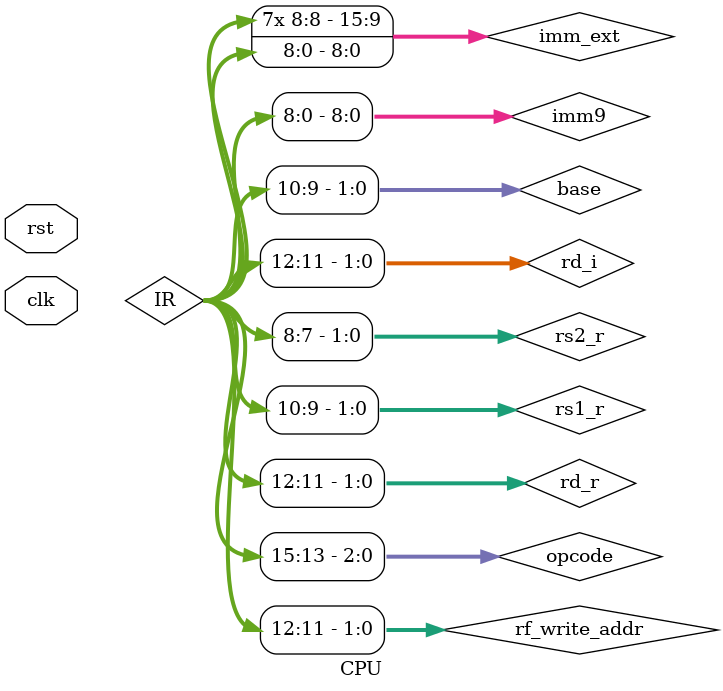
<source format=v>

module CPU #(
    parameter DATA_WIDTH = 16,
    parameter ADDR_WIDTH = 16
)(
    input                    clk,
    input                    rst
);

    //----------------------------------------------------------------------
    // 1) Program Counter & Instruction Register
    //----------------------------------------------------------------------
    reg [ADDR_WIDTH-1:0] PC;
    reg [15:0]           IR;

    //----------------------------------------------------------------------
    // 2) Decode instruction fields
    //----------------------------------------------------------------------
    wire [2:0]        opcode = IR[15:13];
    wire [1:0]        rd_r   = IR[12:11];
    wire [1:0]        rs1_r  = IR[10:9];
    wire [1:0]        rs2_r  = IR[8:7];
    wire [1:0]        rd_i   = IR[12:11];
    wire [1:0]        base   = IR[10:9];
    wire signed [8:0] imm9   = IR[8:0];

    wire [DATA_WIDTH-1:0] imm_ext = {{7{imm9[8]}}, imm9};

    //----------------------------------------------------------------------
    // 3) Control Unit
    //----------------------------------------------------------------------
    wire       cu_regwrite, cu_memwrite, cu_memread;
    wire       cu_alusrc,    cu_memtoreg,   cu_regread;
    wire [1:0] state;

    ControlUnit CU (
        .clk       (clk),
        .rst       (rst),
        .opcode    (opcode),
        .noop      (IR == 16'h0000),
        .regwrite  (cu_regwrite),
        .memwrite  (cu_memwrite),
        .memread   (cu_memread),
        .alusrc    (cu_alusrc),
        .memtoreg  (cu_memtoreg),
        .regread   (cu_regread),
        .state     (state)
    );

    //----------------------------------------------------------------------
    // 4) Pre-declare ALU and memory output wires
    //----------------------------------------------------------------------
    wire [DATA_WIDTH-1:0] alu_out;
    wire [DATA_WIDTH-1:0] memrdata;

    //----------------------------------------------------------------------
    // 5) EX→MEM pipeline registers (EA, SD, MDR)
    //----------------------------------------------------------------------
    reg [ADDR_WIDTH-1:0] EA;
    reg [DATA_WIDTH-1:0] SD;
    reg [DATA_WIDTH-1:0] MDR;

    //----------------------------------------------------------------------
    // 6) Register File
    //----------------------------------------------------------------------
    wire [1:0] rf_read2      = cu_regread ? rd_i : rs2_r;
    wire [1:0] rf_write_addr = cu_memtoreg ? rd_i : rd_r;
    wire [DATA_WIDTH-1:0] wb_data = cu_memtoreg ? MDR : alu_out;

    wire [DATA_WIDTH-1:0] op1, op2;
    RegisterFile RF (
        .clk            (clk),
        .rst            (rst),
        .readRegister1  (rs1_r),
        .readRegister2  (rf_read2),
        .writeRegister  (rf_write_addr),
        .writeEnable    (state == 2'b11 && cu_regwrite),
        .writeData      (wb_data),
        .readData1      (op1),
        .readData2      (op2)
    );

    //----------------------------------------------------------------------
    // 7) ALU (combinational)
    //----------------------------------------------------------------------
    wire [DATA_WIDTH-1:0] alu_in2 = cu_alusrc ? imm_ext : op2;
    ALU ALU0 (
        .opcode (opcode),
        .a      (op1),
        .b      (alu_in2),
        .result (alu_out)
    );

    //----------------------------------------------------------------------
    // 8) Unified RAM
    //----------------------------------------------------------------------
    reg memread_reg, memwrite_reg;
    reg [ADDR_WIDTH-1:0] memaddr_reg;
    reg [DATA_WIDTH-1:0] memwdata_reg;
    RAM ram (
        .clk          (clk),
        .readEnable   (memread_reg),
        .writeEnable  (memwrite_reg),
        .readAddress  (memaddr_reg),
        .writeAddress (memaddr_reg),
        .writeValue   (memwdata_reg),
        .readValue    (memrdata)
    );

    //----------------------------------------------------------------------
    // 9) EX->MEM latches on DEEX
    //----------------------------------------------------------------------
    always @(posedge clk or posedge rst) begin
        if (rst) begin
            EA  <= 0;
            SD  <= 0;
            MDR <= 0;
        end else if (state == 2'b01) begin  // DEEX
            EA  <= alu_out;
            SD  <= op2;
        end
    end

    //----------------------------------------------------------------------
    //10) Memory access logic
    //----------------------------------------------------------------------
    always @(*) begin
        memread_reg  = 1'b0;
        memwrite_reg = 1'b0;
        memaddr_reg  = {ADDR_WIDTH{1'bx}};
        memwdata_reg = {DATA_WIDTH{1'bx}};

        case (state)
        2'b00: begin  // FETCH
            memread_reg = cu_memread;
            memaddr_reg = PC;
        end
        2'b10: begin  // MEMACC
            if (cu_memread) begin  // LOAD
                memread_reg = 1'b1;
                memaddr_reg = EA;
            end else if (cu_memwrite) begin  // STR
                memwrite_reg = 1'b1;
                memaddr_reg  = EA;
                memwdata_reg = SD;
            end
        end
        default: ;  // DEEX/WB
        endcase
    end

    //----------------------------------------------------------------------
    //11) PC, IR, MDR updates
    //----------------------------------------------------------------------
    always @(posedge clk or posedge rst) begin
        if (rst) begin
            PC  <= 0;
            IR  <= 0;
            MDR <= 0;
        end else begin
            if (state == 2'b00) begin  // FETCH
                IR <= memrdata;
                PC <= PC + 1;
            end
            if (state == 2'b10 && cu_memread) begin  // MEMACC LOAD
                MDR <= memrdata;
            end
        end
    end

endmodule

</source>
